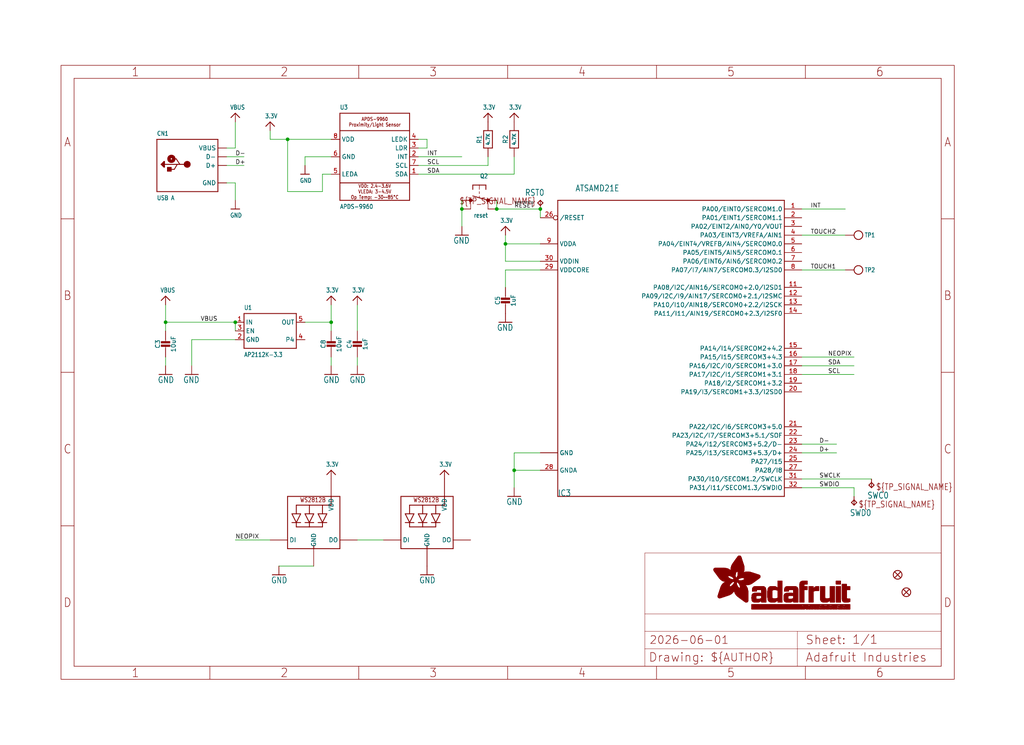
<source format=kicad_sch>
(kicad_sch (version 20230121) (generator eeschema)
  (paper "User" 298.45 217.322)
  (lib_symbols
    (symbol "working-eagle-import:3.3V" (power)
      (property "Value" "3.3V" (at -1.524 1.016 0))
      (symbol "3.3V_1_0"
        (pin power_in line (at 0 -2.54 90) (length 2.54) (name "3.3V") (number "1"))
      )
    )
    (symbol "working-eagle-import:APDS-9960"
      (property "Reference" "U" (at -10.16 13.716 0))
      (symbol "APDS-9960_1_0"
        (text "APDS-9960\nProximity/Light Sensor" (at 0 10.16 0) (effects (font (size 1.016 0.8636))))
        (text "VDD: 2.4-3.6V\nVLEDA: 3-4.5V\nOp Temp: -30~~85°C" (at 0 -10.16 0) (effects (font (size 1.016 0.8636))))
        (pin bidirectional line (at 12.7 -5.08 180) (length 2.54) (name "SDA") (number "1"))
        (pin output line (at 12.7 0 180) (length 2.54) (name "INT") (number "2"))
        (pin bidirectional line (at 12.7 2.54 180) (length 2.54) (name "LDR") (number "3"))
        (pin bidirectional line (at 12.7 5.08 180) (length 2.54) (name "LEDK") (number "4"))
        (pin power_in line (at -12.7 -5.08 0) (length 2.54) (name "LEDA") (number "5"))
        (pin power_in line (at -12.7 0 0) (length 2.54) (name "GND") (number "6"))
        (pin input line (at 12.7 -2.54 180) (length 2.54) (name "SCL") (number "7"))
        (pin power_in line (at -12.7 5.08 0) (length 2.54) (name "VDD") (number "8"))
      )
    )
    (symbol "working-eagle-import:ATSAMD21E"
      (property "Reference" "IC" (at -35.56 -43.18 0))
      (symbol "ATSAMD21E_1_0"
        (pin bidirectional line (at 35.56 40.64 180) (length 5.08) (name "PA00/EINT0/SERCOM1.0") (number "1"))
        (pin power_in line (at -40.64 -30.48 0) (length 5.08) (name "GND") (number "10"))
        (pin bidirectional line (at 35.56 17.78 180) (length 5.08) (name "PA08/I2C/AIN16/SERCOM0+2.0/I2SD1") (number "11"))
        (pin bidirectional line (at 35.56 15.24 180) (length 5.08) (name "PA09/I2C/I9/AIN17/SERCOM0+2.1/I2SMC") (number "12"))
        (pin bidirectional line (at 35.56 12.7 180) (length 5.08) (name "PA10/I10/AIN18/SERCOM0+2.2/I2SCK") (number "13"))
        (pin bidirectional line (at 35.56 10.16 180) (length 5.08) (name "PA11/I11/AIN19/SERCOM0+2.3/I2SF0") (number "14"))
        (pin bidirectional line (at 35.56 0 180) (length 5.08) (name "PA14/I14/SERCOM2+4.2") (number "15"))
        (pin bidirectional line (at 35.56 -2.54 180) (length 5.08) (name "PA15/I15/SERCOM3+4.3") (number "16"))
        (pin bidirectional line (at 35.56 -5.08 180) (length 5.08) (name "PA16/I2C/I0/SERCOM1+3.0") (number "17"))
        (pin bidirectional line (at 35.56 -7.62 180) (length 5.08) (name "PA17/I2C/I1/SERCOM1+3.1") (number "18"))
        (pin bidirectional line (at 35.56 -10.16 180) (length 5.08) (name "PA18/I2/SERCOM1+3.2") (number "19"))
        (pin bidirectional line (at 35.56 38.1 180) (length 5.08) (name "PA01/EINT1/SERCOM1.1") (number "2"))
        (pin bidirectional line (at 35.56 -12.7 180) (length 5.08) (name "PA19/I3/SERCOM1+3.3/I2SD0") (number "20"))
        (pin bidirectional line (at 35.56 -22.86 180) (length 5.08) (name "PA22/I2C/I6/SERCOM3+5.0") (number "21"))
        (pin bidirectional line (at 35.56 -25.4 180) (length 5.08) (name "PA23/I2C/I7/SERCOM3+5.1/SOF") (number "22"))
        (pin bidirectional line (at 35.56 -27.94 180) (length 5.08) (name "PA24/I12/SERCOM3+5.2/D-") (number "23"))
        (pin bidirectional line (at 35.56 -30.48 180) (length 5.08) (name "PA25/I13/SERCOM3+5.3/D+") (number "24"))
        (pin bidirectional line (at 35.56 -33.02 180) (length 5.08) (name "PA27/I15") (number "25"))
        (pin bidirectional inverted (at -40.64 38.1 0) (length 5.08) (name "/RESET") (number "26"))
        (pin bidirectional line (at 35.56 -35.56 180) (length 5.08) (name "PA28/I8") (number "27"))
        (pin power_in line (at -40.64 -35.56 0) (length 5.08) (name "GNDA") (number "28"))
        (pin power_in line (at -40.64 22.86 0) (length 5.08) (name "VDDCORE") (number "29"))
        (pin bidirectional line (at 35.56 35.56 180) (length 5.08) (name "PA02/EINT2/AIN0/Y0/VOUT") (number "3"))
        (pin power_in line (at -40.64 25.4 0) (length 5.08) (name "VDDIN") (number "30"))
        (pin bidirectional line (at 35.56 -38.1 180) (length 5.08) (name "PA30/I10/SECOM1.2/SWCLK") (number "31"))
        (pin bidirectional line (at 35.56 -40.64 180) (length 5.08) (name "PA31/I11/SECOM1.3/SWDIO") (number "32"))
        (pin power_in line (at -40.64 -30.48 0) (length 5.08) (name "GND") (number "33"))
        (pin bidirectional line (at 35.56 33.02 180) (length 5.08) (name "PA03/EINT3/VREFA/AIN1") (number "4"))
        (pin bidirectional line (at 35.56 30.48 180) (length 5.08) (name "PA04/EINT4/VREFB/AIN4/SERCOM0.0") (number "5"))
        (pin bidirectional line (at 35.56 27.94 180) (length 5.08) (name "PA05/EINT5/AIN5/SERCOM0.1") (number "6"))
        (pin bidirectional line (at 35.56 25.4 180) (length 5.08) (name "PA06/EINT6/AIN6/SERCOM0.2") (number "7"))
        (pin bidirectional line (at 35.56 22.86 180) (length 5.08) (name "PA07/I7/AIN7/SERCOM0.3/I2SD0") (number "8"))
        (pin power_in line (at -40.64 30.48 0) (length 5.08) (name "VDDA") (number "9"))
      )
    )
    (symbol "working-eagle-import:CAP_CERAMIC0603_NO"
      (property "Reference" "C" (at -2.29 1.25 90))
      (symbol "CAP_CERAMIC0603_NO_1_0"
        (pin passive line (at 0 5.08 270) (length 2.54) (name "1") (number "1"))
        (pin passive line (at 0 -2.54 90) (length 2.54) (name "2") (number "2"))
      )
    )
    (symbol "working-eagle-import:CAP_CERAMIC0805-NOOUTLINE"
      (property "Reference" "C" (at -2.29 1.25 90))
      (symbol "CAP_CERAMIC0805-NOOUTLINE_1_0"
        (pin passive line (at 0 5.08 270) (length 2.54) (name "1") (number "1"))
        (pin passive line (at 0 -2.54 90) (length 2.54) (name "2") (number "2"))
      )
    )
    (symbol "working-eagle-import:FIDUCIAL_1MM")
    (symbol "working-eagle-import:FRAME_A4_ADAFRUIT"
      (symbol "FRAME_A4_ADAFRUIT_1_0"
        (text "${#}/${##}" (at 230.505 10.16 0) (effects (font (size 2.54 2.54)) (justify left bottom)))
        (text "${AUTHOR}" (at 189.23 5.08 0) (effects (font (size 2.286 2.286)) (justify left bottom)))
        (text "${CURRENT_DATE}" (at 171.45 10.16 0) (effects (font (size 2.286 2.286)) (justify left bottom)))
        (text "${PROJECTNAME}" (at 171.45 15.24 0) (effects (font (size 2.54 2.54)) (justify left bottom)))
        (text "1" (at 21.6958 1.905 0) (effects (font (size 2.54 2.286))))
        (text "1" (at 21.6958 177.165 0) (effects (font (size 2.54 2.286))))
        (text "2" (at 65.0875 1.905 0) (effects (font (size 2.54 2.286))))
        (text "2" (at 65.0875 177.165 0) (effects (font (size 2.54 2.286))))
        (text "3" (at 108.4792 1.905 0) (effects (font (size 2.54 2.286))))
        (text "3" (at 108.4792 177.165 0) (effects (font (size 2.54 2.286))))
        (text "4" (at 151.8708 1.905 0) (effects (font (size 2.54 2.286))))
        (text "4" (at 151.8708 177.165 0) (effects (font (size 2.54 2.286))))
        (text "5" (at 195.2625 1.905 0) (effects (font (size 2.54 2.286))))
        (text "5" (at 195.2625 177.165 0) (effects (font (size 2.54 2.286))))
        (text "6" (at 238.6542 1.905 0) (effects (font (size 2.54 2.286))))
        (text "6" (at 238.6542 177.165 0) (effects (font (size 2.54 2.286))))
        (text "A" (at 1.905 156.6863 0) (effects (font (size 2.54 2.286))))
        (text "A" (at 258.445 156.6863 0) (effects (font (size 2.54 2.286))))
        (text "Adafruit Industries" (at 216.916 4.953 0) (effects (font (size 2.54 2.54)) (justify left bottom)))
        (text "B" (at 1.905 111.9188 0) (effects (font (size 2.54 2.286))))
        (text "B" (at 258.445 111.9188 0) (effects (font (size 2.54 2.286))))
        (text "C" (at 1.905 67.1513 0) (effects (font (size 2.54 2.286))))
        (text "C" (at 258.445 67.1513 0) (effects (font (size 2.54 2.286))))
        (text "D" (at 1.905 22.3838 0) (effects (font (size 2.54 2.286))))
        (text "D" (at 258.445 22.3838 0) (effects (font (size 2.54 2.286))))
        (text "Drawing:" (at 171.196 4.953 0) (effects (font (size 2.54 2.54)) (justify left bottom)))
        (text "Sheet:" (at 216.916 10.033 0) (effects (font (size 2.54 2.54)) (justify left bottom)))
      )
    )
    (symbol "working-eagle-import:GND" (power)
      (property "Value" "GND" (at -1.524 -2.54 0))
      (symbol "GND_1_0"
        (pin power_in line (at 0 2.54 270) (length 2.54) (name "GND") (number "1"))
      )
    )
    (symbol "working-eagle-import:RESISTOR_0603_NOOUT"
      (property "Reference" "R" (at 0 2.54 0))
      (symbol "RESISTOR_0603_NOOUT_1_0"
        (pin passive line (at -5.08 0 0) (length 2.54) (name "1") (number "1"))
        (pin passive line (at 5.08 0 180) (length 2.54) (name "2") (number "2"))
      )
    )
    (symbol "working-eagle-import:SWITCH_TACT_SMT4.6X2.8"
      (property "Reference" "SW" (at -2.54 6.35 0))
      (symbol "SWITCH_TACT_SMT4.6X2.8_1_0"
        (pin passive line (at -5.08 0 0) (length 2.54) (name "P") (number "A"))
        (pin passive line (at -5.08 -2.54 0) (length 2.54) (name "P1") (number "A'"))
        (pin passive line (at 5.08 0 180) (length 2.54) (name "S") (number "B"))
        (pin passive line (at 5.08 -2.54 180) (length 2.54) (name "S1") (number "B'"))
      )
    )
    (symbol "working-eagle-import:TESTPOINTROUND1.5MMNO"
      (property "Reference" "TP" (at 0 5.588 90))
      (symbol "TESTPOINTROUND1.5MMNO_1_0"
        (pin bidirectional line (at 0 0 90) (length 2.54) (name "P$1") (number "P$1"))
      )
    )
    (symbol "working-eagle-import:TPTP15R"
      (property "Reference" "TP" (at -1.27 1.27 0))
      (symbol "TPTP15R_1_0"
        (text "${TP_SIGNAL_NAME}" (at 1.27 -1.27 0) (effects (font (size 1.778 1.5113)) (justify left bottom)))
        (pin input line (at 0 -2.54 90) (length 2.54) (name "TP") (number "TP"))
      )
    )
    (symbol "working-eagle-import:TPTP16R"
      (property "Reference" "TP" (at -1.27 1.27 0))
      (symbol "TPTP16R_1_0"
        (text "${TP_SIGNAL_NAME}" (at 1.27 -1.27 0) (effects (font (size 1.778 1.5113)) (justify left bottom)))
        (pin input line (at 0 -2.54 90) (length 2.54) (name "TP") (number "TP"))
      )
    )
    (symbol "working-eagle-import:USB_TYPEAPCB"
      (property "Reference" "X" (at -10.16 8.636 0))
      (symbol "USB_TYPEAPCB_1_0"
        (pin power_in line (at 10.16 -5.08 180) (length 2.54) (name "GND") (number "GND"))
        (pin bidirectional line (at 10.16 2.54 180) (length 2.54) (name "D-") (number "USB_NEG"))
        (pin bidirectional line (at 10.16 0 180) (length 2.54) (name "D+") (number "USB_PLUS"))
        (pin power_in line (at 10.16 5.08 180) (length 2.54) (name "VBUS") (number "VCC"))
      )
    )
    (symbol "working-eagle-import:VBUS" (power)
      (property "Value" "VBUS" (at -1.524 1.016 0))
      (symbol "VBUS_1_0"
        (pin power_in line (at 0 -2.54 90) (length 2.54) (name "VBUS") (number "1"))
      )
    )
    (symbol "working-eagle-import:VREG_SOT23-5"
      (property "Reference" "U" (at -7.62 6.096 0))
      (symbol "VREG_SOT23-5_1_0"
        (pin power_in line (at -10.16 2.54 0) (length 2.54) (name "IN") (number "1"))
        (pin power_in line (at -10.16 -2.54 0) (length 2.54) (name "GND") (number "2"))
        (pin input line (at -10.16 0 0) (length 2.54) (name "EN") (number "3"))
        (pin bidirectional line (at 10.16 -2.54 180) (length 2.54) (name "P4") (number "4"))
        (pin power_in line (at 10.16 2.54 180) (length 2.54) (name "OUT") (number "5"))
      )
    )
    (symbol "working-eagle-import:WS2812B3535"
      (symbol "WS2812B3535_1_0"
        (text "WS2812B" (at -4.064 8.382 0) (effects (font (size 1.27 1.0795)) (justify left bottom)))
        (pin input line (at -12.7 -2.54 0) (length 5.08) (name "DI") (number "1"))
        (pin power_in line (at 5.08 15.24 270) (length 5.08) (name "VDD") (number "2"))
        (pin output line (at 12.7 -2.54 180) (length 5.08) (name "DO") (number "3"))
        (pin power_in line (at 0 -10.16 90) (length 5.08) (name "GND") (number "4"))
      )
    )
    (symbol "working-eagle-import:supply1_GND" (power)
      (property "Value" "supply1_GND" (at -2.54 -2.54 0))
      (symbol "supply1_GND_1_0"
        (pin power_in line (at 0 2.54 270) (length 2.54) (name "GND") (number "1"))
      )
    )
  )
  (junction (at 149.86 137.16))
  (junction (at 68.58 93.98))
  (junction (at 48.26 93.98))
  (junction (at 147.32 71.12))
  (junction (at 134.62 60.96))
  (junction (at 157.48 60.96))
  (junction (at 96.52 93.98))
  (junction (at 144.78 60.96))
  (junction (at 83.82 40.64))
  (wire (pts (xy 48.26 106.68) (xy 48.26 104.14)) (stroke (width 0.1524)))
  (wire (pts (xy 68.58 53.34) (xy 68.58 58.42)) (stroke (width 0.1524)))
  (wire (pts (xy 55.88 99.06) (xy 55.88 106.68)) (stroke (width 0.1524)))
  (wire (pts (xy 68.58 96.52) (xy 68.58 93.98)) (stroke (width 0.1524)))
  (wire (pts (xy 233.68 106.68) (xy 248.92 106.68)) (stroke (width 0.1524)))
  (wire (pts (xy 78.74 40.64) (xy 78.74 38.1)) (stroke (width 0.1524)))
  (wire (pts (xy 66.04 48.26) (xy 71.12 48.26)) (stroke (width 0.1524)))
  (wire (pts (xy 96.52 88.9) (xy 96.52 93.98)) (stroke (width 0.1524)))
  (wire (pts (xy 157.48 132.08) (xy 149.86 132.08)) (stroke (width 0.1524)))
  (wire (pts (xy 66.04 43.18) (xy 68.58 43.18)) (stroke (width 0.1524)))
  (wire (pts (xy 233.68 68.58) (xy 246.38 68.58)) (stroke (width 0.1524)))
  (wire (pts (xy 147.32 71.12) (xy 147.32 68.58)) (stroke (width 0.1524)))
  (wire (pts (xy 124.46 40.64) (xy 124.46 43.18)) (stroke (width 0.1524)))
  (wire (pts (xy 157.48 78.74) (xy 147.32 78.74)) (stroke (width 0.1524)))
  (wire (pts (xy 233.68 139.7) (xy 254 139.7)) (stroke (width 0.1524)))
  (wire (pts (xy 66.04 53.34) (xy 68.58 53.34)) (stroke (width 0.1524)))
  (wire (pts (xy 144.78 60.96) (xy 144.78 58.42)) (stroke (width 0.1524)))
  (wire (pts (xy 233.68 60.96) (xy 246.38 60.96)) (stroke (width 0.1524)))
  (wire (pts (xy 88.9 45.72) (xy 88.9 48.26)) (stroke (width 0.1524)))
  (wire (pts (xy 68.58 99.06) (xy 55.88 99.06)) (stroke (width 0.1524)))
  (wire (pts (xy 48.26 96.52) (xy 48.26 93.98)) (stroke (width 0.1524)))
  (wire (pts (xy 157.48 71.12) (xy 147.32 71.12)) (stroke (width 0.1524)))
  (wire (pts (xy 147.32 78.74) (xy 147.32 83.82)) (stroke (width 0.1524)))
  (wire (pts (xy 144.78 60.96) (xy 157.48 60.96)) (stroke (width 0.1524)))
  (wire (pts (xy 83.82 40.64) (xy 78.74 40.64)) (stroke (width 0.1524)))
  (wire (pts (xy 104.14 106.68) (xy 104.14 104.14)) (stroke (width 0.1524)))
  (wire (pts (xy 233.68 129.54) (xy 243.84 129.54)) (stroke (width 0.1524)))
  (wire (pts (xy 149.86 50.8) (xy 149.86 45.72)) (stroke (width 0.1524)))
  (wire (pts (xy 157.48 60.96) (xy 157.48 63.5)) (stroke (width 0.1524)))
  (wire (pts (xy 66.04 45.72) (xy 71.12 45.72)) (stroke (width 0.1524)))
  (wire (pts (xy 243.84 132.08) (xy 233.68 132.08)) (stroke (width 0.1524)))
  (wire (pts (xy 93.98 55.88) (xy 83.82 55.88)) (stroke (width 0.1524)))
  (wire (pts (xy 157.48 137.16) (xy 149.86 137.16)) (stroke (width 0.1524)))
  (wire (pts (xy 104.14 88.9) (xy 104.14 96.52)) (stroke (width 0.1524)))
  (wire (pts (xy 149.86 137.16) (xy 149.86 142.24)) (stroke (width 0.1524)))
  (wire (pts (xy 93.98 50.8) (xy 93.98 55.88)) (stroke (width 0.1524)))
  (wire (pts (xy 134.62 66.04) (xy 134.62 60.96)) (stroke (width 0.1524)))
  (wire (pts (xy 96.52 50.8) (xy 93.98 50.8)) (stroke (width 0.1524)))
  (wire (pts (xy 91.44 165.1) (xy 81.28 165.1)) (stroke (width 0.1524)))
  (wire (pts (xy 248.92 142.24) (xy 248.92 144.78)) (stroke (width 0.1524)))
  (wire (pts (xy 68.58 35.56) (xy 68.58 43.18)) (stroke (width 0.1524)))
  (wire (pts (xy 96.52 93.98) (xy 88.9 93.98)) (stroke (width 0.1524)))
  (wire (pts (xy 78.74 157.48) (xy 68.58 157.48)) (stroke (width 0.1524)))
  (wire (pts (xy 233.68 104.14) (xy 248.92 104.14)) (stroke (width 0.1524)))
  (wire (pts (xy 96.52 40.64) (xy 83.82 40.64)) (stroke (width 0.1524)))
  (wire (pts (xy 83.82 55.88) (xy 83.82 40.64)) (stroke (width 0.1524)))
  (wire (pts (xy 134.62 58.42) (xy 134.62 60.96)) (stroke (width 0.1524)))
  (wire (pts (xy 142.24 48.26) (xy 142.24 45.72)) (stroke (width 0.1524)))
  (wire (pts (xy 48.26 93.98) (xy 48.26 88.9)) (stroke (width 0.1524)))
  (wire (pts (xy 111.76 157.48) (xy 104.14 157.48)) (stroke (width 0.1524)))
  (wire (pts (xy 142.24 48.26) (xy 121.92 48.26)) (stroke (width 0.1524)))
  (wire (pts (xy 121.92 45.72) (xy 134.62 45.72)) (stroke (width 0.1524)))
  (wire (pts (xy 121.92 50.8) (xy 149.86 50.8)) (stroke (width 0.1524)))
  (wire (pts (xy 121.92 40.64) (xy 124.46 40.64)) (stroke (width 0.1524)))
  (wire (pts (xy 149.86 132.08) (xy 149.86 137.16)) (stroke (width 0.1524)))
  (wire (pts (xy 96.52 45.72) (xy 88.9 45.72)) (stroke (width 0.1524)))
  (wire (pts (xy 147.32 76.2) (xy 147.32 71.12)) (stroke (width 0.1524)))
  (wire (pts (xy 48.26 93.98) (xy 68.58 93.98)) (stroke (width 0.1524)))
  (wire (pts (xy 233.68 142.24) (xy 248.92 142.24)) (stroke (width 0.1524)))
  (wire (pts (xy 233.68 109.22) (xy 248.92 109.22)) (stroke (width 0.1524)))
  (wire (pts (xy 96.52 93.98) (xy 96.52 96.52)) (stroke (width 0.1524)))
  (wire (pts (xy 96.52 106.68) (xy 96.52 104.14)) (stroke (width 0.1524)))
  (wire (pts (xy 124.46 43.18) (xy 121.92 43.18)) (stroke (width 0.1524)))
  (wire (pts (xy 233.68 78.74) (xy 246.38 78.74)) (stroke (width 0.1524)))
  (wire (pts (xy 157.48 76.2) (xy 147.32 76.2)) (stroke (width 0.1524)))
  (label "TOUCH1" (at 236.22 78.74 0) (effects (font (size 1.2446 1.2446))))
  (label "D+" (at 238.76 132.08 0) (effects (font (size 1.2446 1.2446))))
  (label "SDA" (at 241.3 106.68 0) (effects (font (size 1.2446 1.2446))))
  (label "D+" (at 68.58 48.26 0) (effects (font (size 1.2446 1.2446))))
  (label "VBUS" (at 58.42 93.98 0) (effects (font (size 1.2446 1.2446))))
  (label "D-" (at 68.58 45.72 0) (effects (font (size 1.2446 1.2446))))
  (label "NEOPIX" (at 241.3 104.14 0) (effects (font (size 1.2446 1.2446))))
  (label "NEOPIX" (at 68.58 157.48 0) (effects (font (size 1.2446 1.2446))))
  (label "INT" (at 236.22 60.96 0) (effects (font (size 1.2446 1.2446))))
  (label "SWCLK" (at 238.76 139.7 0) (effects (font (size 1.2446 1.2446))))
  (label "SCL" (at 241.3 109.22 0) (effects (font (size 1.2446 1.2446))))
  (label "SCL" (at 124.46 48.26 0) (effects (font (size 1.2446 1.2446))))
  (label "TOUCH2" (at 236.22 68.58 0) (effects (font (size 1.2446 1.2446))))
  (label "D-" (at 238.76 129.54 0) (effects (font (size 1.2446 1.2446))))
  (label "SDA" (at 124.46 50.8 0) (effects (font (size 1.2446 1.2446))))
  (label "INT" (at 124.46 45.72 0) (effects (font (size 1.2446 1.2446))))
  (label "~{RESET}" (at 149.86 60.96 0) (effects (font (size 1.2446 1.2446))))
  (label "SWDIO" (at 238.76 142.24 0) (effects (font (size 1.2446 1.2446))))
  (symbol (lib_id "working-eagle-import:GND") (at 88.9 50.8 0) (unit 1)
    (property "Reference" "#U$11" (effects hide))
    (property "Value" "GND" (at 87.376 53.34 0) (effects (font (size 1.27 1.0795)) (justify left bottom)))
  )
  (symbol (lib_id "working-eagle-import:3.3V") (at 149.86 33.02 0) (unit 1)
    (property "Reference" "#U$12" (effects hide))
    (property "Value" "3.3V" (at 148.336 32.004 0) (effects (font (size 1.27 1.0795)) (justify left bottom)))
  )
  (symbol (lib_id "working-eagle-import:supply1_GND") (at 55.88 109.22 0) (unit 1)
    (property "Reference" "#GND11" (effects hide))
    (property "Value" "GND" (at 53.34 111.76 0) (effects (font (size 1.778 1.5113)) (justify left bottom)))
  )
  (symbol (lib_id "working-eagle-import:TPTP16R") (at 157.48 58.42 0) (mirror y) (unit 1)
    (property "Reference" "RST0" (at 158.75 57.15 0) (effects (font (size 1.778 1.5113)) (justify left bottom)))
    (property "Value" "TPTP16R" (effects hide))
    (property "Footprint" "working:TP16R" (effects hide))
  )
  (symbol (lib_id "working-eagle-import:ATSAMD21E") (at 198.12 101.6 0) (unit 1)
    (property "Reference" "IC3" (at 162.56 144.78 0) (effects (font (size 1.778 1.5113)) (justify left bottom)))
    (property "Value" "ATSAMD21E" (at 167.64 55.88 0) (effects (font (size 1.778 1.5113)) (justify left bottom)))
    (property "Footprint" "working:QFN32_5MM" (effects hide))
  )
  (symbol (lib_id "working-eagle-import:supply1_GND") (at 124.46 167.64 0) (mirror y) (unit 1)
    (property "Reference" "#GND1" (effects hide))
    (property "Value" "GND" (at 127 170.18 0) (effects (font (size 1.778 1.5113)) (justify left bottom)))
  )
  (symbol (lib_id "working-eagle-import:VREG_SOT23-5") (at 78.74 96.52 0) (unit 1)
    (property "Reference" "U1" (at 71.12 90.424 0) (effects (font (size 1.27 1.0795)) (justify left bottom)))
    (property "Value" "AP2112K-3.3" (at 71.12 104.14 0) (effects (font (size 1.27 1.0795)) (justify left bottom)))
    (property "Footprint" "working:SOT23-5" (effects hide))
  )
  (symbol (lib_id "working-eagle-import:GND") (at 68.58 60.96 0) (unit 1)
    (property "Reference" "#U$2" (effects hide))
    (property "Value" "GND" (at 67.056 63.5 0) (effects (font (size 1.27 1.0795)) (justify left bottom)))
  )
  (symbol (lib_id "working-eagle-import:VBUS") (at 48.26 86.36 0) (unit 1)
    (property "Reference" "#U$13" (effects hide))
    (property "Value" "VBUS" (at 46.736 85.344 0) (effects (font (size 1.27 1.0795)) (justify left bottom)))
  )
  (symbol (lib_id "working-eagle-import:CAP_CERAMIC0805-NOOUTLINE") (at 48.26 101.6 0) (unit 1)
    (property "Reference" "C3" (at 45.97 100.35 90))
    (property "Value" "10uF" (at 50.56 100.35 90))
    (property "Footprint" "working:0805-NO" (effects hide))
  )
  (symbol (lib_id "working-eagle-import:TESTPOINTROUND1.5MMNO") (at 246.38 78.74 270) (unit 1)
    (property "Reference" "TP2" (at 251.968 78.74 90) (effects (font (size 1.27 1.0795)) (justify left)))
    (property "Value" "TESTPOINTROUND1.5MMNO" (effects hide))
    (property "Footprint" "working:TESTPOINT_ROUND_1.5MM_NO" (effects hide))
  )
  (symbol (lib_id "working-eagle-import:supply1_GND") (at 147.32 93.98 0) (unit 1)
    (property "Reference" "#GND7" (effects hide))
    (property "Value" "GND" (at 144.78 96.52 0) (effects (font (size 1.778 1.5113)) (justify left bottom)))
  )
  (symbol (lib_id "working-eagle-import:FRAME_A4_ADAFRUIT") (at 17.78 198.12 0) (unit 1)
    (property "Reference" "#U$1" (effects hide))
    (property "Value" "FRAME_A4_ADAFRUIT" (effects hide))
  )
  (symbol (lib_id "working-eagle-import:RESISTOR_0603_NOOUT") (at 142.24 40.64 90) (unit 1)
    (property "Reference" "R1" (at 139.7 40.64 0))
    (property "Value" "4.7K" (at 142.24 40.64 0) (effects (font (size 1.016 1.016) bold)))
    (property "Footprint" "working:0603-NO" (effects hide))
  )
  (symbol (lib_id "working-eagle-import:WS2812B3535") (at 91.44 154.94 0) (unit 1)
    (property "Reference" "LED2" (effects hide))
    (property "Value" "WS2812B3535" (effects hide))
    (property "Footprint" "working:LED3535" (effects hide))
  )
  (symbol (lib_id "working-eagle-import:CAP_CERAMIC0603_NO") (at 147.32 88.9 0) (unit 1)
    (property "Reference" "C5" (at 145.03 87.65 90))
    (property "Value" "1uF" (at 149.62 87.65 90))
    (property "Footprint" "working:0603-NO" (effects hide))
  )
  (symbol (lib_id "working-eagle-import:supply1_GND") (at 81.28 167.64 0) (mirror y) (unit 1)
    (property "Reference" "#GND2" (effects hide))
    (property "Value" "GND" (at 83.82 170.18 0) (effects (font (size 1.778 1.5113)) (justify left bottom)))
  )
  (symbol (lib_id "working-eagle-import:CAP_CERAMIC0603_NO") (at 104.14 101.6 0) (unit 1)
    (property "Reference" "C4" (at 101.85 100.35 90))
    (property "Value" "1uF" (at 106.44 100.35 90))
    (property "Footprint" "working:0603-NO" (effects hide))
  )
  (symbol (lib_id "working-eagle-import:3.3V") (at 78.74 35.56 0) (unit 1)
    (property "Reference" "#U$9" (effects hide))
    (property "Value" "3.3V" (at 77.216 34.544 0) (effects (font (size 1.27 1.0795)) (justify left bottom)))
  )
  (symbol (lib_id "working-eagle-import:TESTPOINTROUND1.5MMNO") (at 246.38 68.58 270) (unit 1)
    (property "Reference" "TP1" (at 251.968 68.58 90) (effects (font (size 1.27 1.0795)) (justify left)))
    (property "Value" "TESTPOINTROUND1.5MMNO" (effects hide))
    (property "Footprint" "working:TESTPOINT_ROUND_1.5MM_NO" (effects hide))
  )
  (symbol (lib_id "working-eagle-import:USB_TYPEAPCB") (at 55.88 48.26 0) (unit 1)
    (property "Reference" "CN1" (at 45.72 39.624 0) (effects (font (size 1.27 1.0795)) (justify left bottom)))
    (property "Value" "USB A" (at 45.72 58.42 0) (effects (font (size 1.27 1.0795)) (justify left bottom)))
    (property "Footprint" "working:USBA_PCB" (effects hide))
  )
  (symbol (lib_id "working-eagle-import:FIDUCIAL_1MM") (at 264.16 172.72 0) (unit 1)
    (property "Reference" "FID2" (effects hide))
    (property "Value" "FIDUCIAL_1MM" (effects hide))
    (property "Footprint" "working:FIDUCIAL_1MM" (effects hide))
  )
  (symbol (lib_id "working-eagle-import:3.3V") (at 96.52 137.16 0) (unit 1)
    (property "Reference" "#U$4" (effects hide))
    (property "Value" "3.3V" (at 94.996 136.144 0) (effects (font (size 1.27 1.0795)) (justify left bottom)))
  )
  (symbol (lib_id "working-eagle-import:APDS-9960") (at 109.22 45.72 0) (unit 1)
    (property "Reference" "U3" (at 99.06 32.004 0) (effects (font (size 1.27 1.0795)) (justify left bottom)))
    (property "Value" "APDS-9960" (at 99.06 60.96 0) (effects (font (size 1.27 1.0795)) (justify left bottom)))
    (property "Footprint" "working:APDS-9960" (effects hide))
  )
  (symbol (lib_id "working-eagle-import:supply1_GND") (at 134.62 68.58 0) (unit 1)
    (property "Reference" "#GND14" (effects hide))
    (property "Value" "GND" (at 132.08 71.12 0) (effects (font (size 1.778 1.5113)) (justify left bottom)))
  )
  (symbol (lib_id "working-eagle-import:supply1_GND") (at 48.26 109.22 0) (mirror y) (unit 1)
    (property "Reference" "#GND3" (effects hide))
    (property "Value" "GND" (at 50.8 111.76 0) (effects (font (size 1.778 1.5113)) (justify left bottom)))
  )
  (symbol (lib_id "working-eagle-import:supply1_GND") (at 96.52 109.22 0) (mirror y) (unit 1)
    (property "Reference" "#GND12" (effects hide))
    (property "Value" "GND" (at 99.06 111.76 0) (effects (font (size 1.778 1.5113)) (justify left bottom)))
  )
  (symbol (lib_id "working-eagle-import:supply1_GND") (at 149.86 144.78 0) (mirror y) (unit 1)
    (property "Reference" "#GND18" (effects hide))
    (property "Value" "GND" (at 152.4 147.32 0) (effects (font (size 1.778 1.5113)) (justify left bottom)))
  )
  (symbol (lib_id "working-eagle-import:3.3V") (at 96.52 86.36 0) (unit 1)
    (property "Reference" "#U$17" (effects hide))
    (property "Value" "3.3V" (at 94.996 85.344 0) (effects (font (size 1.27 1.0795)) (justify left bottom)))
  )
  (symbol (lib_id "working-eagle-import:TPTP15R") (at 254 142.24 0) (mirror x) (unit 1)
    (property "Reference" "SWC0" (at 252.73 143.51 0) (effects (font (size 1.778 1.5113)) (justify left bottom)))
    (property "Value" "TPTP15R" (effects hide))
    (property "Footprint" "working:TP15R" (effects hide))
  )
  (symbol (lib_id "working-eagle-import:3.3V") (at 104.14 86.36 0) (unit 1)
    (property "Reference" "#U$20" (effects hide))
    (property "Value" "3.3V" (at 102.616 85.344 0) (effects (font (size 1.27 1.0795)) (justify left bottom)))
  )
  (symbol (lib_id "working-eagle-import:FIDUCIAL_1MM") (at 261.62 167.64 0) (unit 1)
    (property "Reference" "FID1" (effects hide))
    (property "Value" "FIDUCIAL_1MM" (effects hide))
    (property "Footprint" "working:FIDUCIAL_1MM" (effects hide))
  )
  (symbol (lib_id "working-eagle-import:3.3V") (at 147.32 66.04 0) (unit 1)
    (property "Reference" "#U$18" (effects hide))
    (property "Value" "3.3V" (at 145.796 65.024 0) (effects (font (size 1.27 1.0795)) (justify left bottom)))
  )
  (symbol (lib_id "working-eagle-import:WS2812B3535") (at 124.46 154.94 0) (unit 1)
    (property "Reference" "LED1" (effects hide))
    (property "Value" "WS2812B3535" (effects hide))
    (property "Footprint" "working:LED3535" (effects hide))
  )
  (symbol (lib_id "working-eagle-import:3.3V") (at 129.54 137.16 0) (unit 1)
    (property "Reference" "#U$3" (effects hide))
    (property "Value" "3.3V" (at 128.016 136.144 0) (effects (font (size 1.27 1.0795)) (justify left bottom)))
  )
  (symbol (lib_id "working-eagle-import:CAP_CERAMIC0805-NOOUTLINE") (at 96.52 101.6 0) (unit 1)
    (property "Reference" "C8" (at 94.23 100.35 90))
    (property "Value" "10uF" (at 98.82 100.35 90))
    (property "Footprint" "working:0805-NO" (effects hide))
  )
  (symbol (lib_id "working-eagle-import:SWITCH_TACT_SMT4.6X2.8") (at 139.7 58.42 0) (mirror y) (unit 1)
    (property "Reference" "Q2" (at 142.24 52.07 0) (effects (font (size 1.27 1.0795)) (justify left bottom)))
    (property "Value" "reset" (at 142.24 63.5 0) (effects (font (size 1.27 1.0795)) (justify left bottom)))
    (property "Footprint" "working:BTN_KMR2_4.6X2.8" (effects hide))
  )
  (symbol (lib_id "working-eagle-import:3.3V") (at 142.24 33.02 0) (unit 1)
    (property "Reference" "#U$7" (effects hide))
    (property "Value" "3.3V" (at 140.716 32.004 0) (effects (font (size 1.27 1.0795)) (justify left bottom)))
  )
  (symbol (lib_id "working-eagle-import:TPTP16R") (at 248.92 147.32 0) (mirror x) (unit 1)
    (property "Reference" "SWD0" (at 247.65 148.59 0) (effects (font (size 1.778 1.5113)) (justify left bottom)))
    (property "Value" "TPTP16R" (effects hide))
    (property "Footprint" "working:TP16R" (effects hide))
  )
  (symbol (lib_id "working-eagle-import:RESISTOR_0603_NOOUT") (at 149.86 40.64 90) (unit 1)
    (property "Reference" "R2" (at 147.32 40.64 0))
    (property "Value" "4.7K" (at 149.86 40.64 0) (effects (font (size 1.016 1.016) bold)))
    (property "Footprint" "working:0603-NO" (effects hide))
  )
  (symbol (lib_id "working-eagle-import:VBUS") (at 68.58 33.02 0) (unit 1)
    (property "Reference" "#U$15" (effects hide))
    (property "Value" "VBUS" (at 67.056 32.004 0) (effects (font (size 1.27 1.0795)) (justify left bottom)))
  )
  (symbol (lib_id "working-eagle-import:supply1_GND") (at 104.14 109.22 0) (mirror y) (unit 1)
    (property "Reference" "#GND5" (effects hide))
    (property "Value" "GND" (at 106.68 111.76 0) (effects (font (size 1.778 1.5113)) (justify left bottom)))
  )
)
</source>
